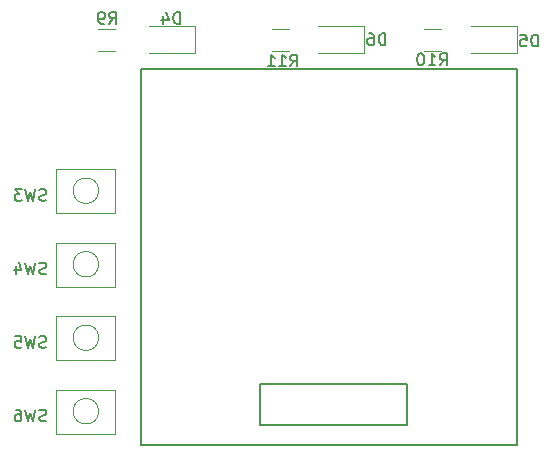
<source format=gbr>
%TF.GenerationSoftware,KiCad,Pcbnew,7.0.8*%
%TF.CreationDate,2023-11-29T21:04:09-06:00*%
%TF.ProjectId,Clock1_v2,436c6f63-6b31-45f7-9632-2e6b69636164,rev?*%
%TF.SameCoordinates,Original*%
%TF.FileFunction,Legend,Bot*%
%TF.FilePolarity,Positive*%
%FSLAX46Y46*%
G04 Gerber Fmt 4.6, Leading zero omitted, Abs format (unit mm)*
G04 Created by KiCad (PCBNEW 7.0.8) date 2023-11-29 21:04:09*
%MOMM*%
%LPD*%
G01*
G04 APERTURE LIST*
%ADD10C,0.200000*%
%ADD11C,0.160000*%
%ADD12C,0.120000*%
%ADD13C,0.100000*%
G04 APERTURE END LIST*
D10*
X122200000Y-110700000D02*
X134700000Y-110700000D01*
X134700000Y-114200000D01*
X122200000Y-114200000D01*
X122200000Y-110700000D01*
X112150000Y-84100000D02*
X143950000Y-84100000D01*
X143950000Y-115900000D01*
X112150000Y-115900000D01*
X112150000Y-84100000D01*
D11*
X137442857Y-83754299D02*
X137776190Y-83278108D01*
X138014285Y-83754299D02*
X138014285Y-82754299D01*
X138014285Y-82754299D02*
X137633333Y-82754299D01*
X137633333Y-82754299D02*
X137538095Y-82801918D01*
X137538095Y-82801918D02*
X137490476Y-82849537D01*
X137490476Y-82849537D02*
X137442857Y-82944775D01*
X137442857Y-82944775D02*
X137442857Y-83087632D01*
X137442857Y-83087632D02*
X137490476Y-83182870D01*
X137490476Y-83182870D02*
X137538095Y-83230489D01*
X137538095Y-83230489D02*
X137633333Y-83278108D01*
X137633333Y-83278108D02*
X138014285Y-83278108D01*
X136490476Y-83754299D02*
X137061904Y-83754299D01*
X136776190Y-83754299D02*
X136776190Y-82754299D01*
X136776190Y-82754299D02*
X136871428Y-82897156D01*
X136871428Y-82897156D02*
X136966666Y-82992394D01*
X136966666Y-82992394D02*
X137061904Y-83040013D01*
X135871428Y-82754299D02*
X135776190Y-82754299D01*
X135776190Y-82754299D02*
X135680952Y-82801918D01*
X135680952Y-82801918D02*
X135633333Y-82849537D01*
X135633333Y-82849537D02*
X135585714Y-82944775D01*
X135585714Y-82944775D02*
X135538095Y-83135251D01*
X135538095Y-83135251D02*
X135538095Y-83373346D01*
X135538095Y-83373346D02*
X135585714Y-83563822D01*
X135585714Y-83563822D02*
X135633333Y-83659060D01*
X135633333Y-83659060D02*
X135680952Y-83706680D01*
X135680952Y-83706680D02*
X135776190Y-83754299D01*
X135776190Y-83754299D02*
X135871428Y-83754299D01*
X135871428Y-83754299D02*
X135966666Y-83706680D01*
X135966666Y-83706680D02*
X136014285Y-83659060D01*
X136014285Y-83659060D02*
X136061904Y-83563822D01*
X136061904Y-83563822D02*
X136109523Y-83373346D01*
X136109523Y-83373346D02*
X136109523Y-83135251D01*
X136109523Y-83135251D02*
X136061904Y-82944775D01*
X136061904Y-82944775D02*
X136014285Y-82849537D01*
X136014285Y-82849537D02*
X135966666Y-82801918D01*
X135966666Y-82801918D02*
X135871428Y-82754299D01*
X132838094Y-82054299D02*
X132838094Y-81054299D01*
X132838094Y-81054299D02*
X132599999Y-81054299D01*
X132599999Y-81054299D02*
X132457142Y-81101918D01*
X132457142Y-81101918D02*
X132361904Y-81197156D01*
X132361904Y-81197156D02*
X132314285Y-81292394D01*
X132314285Y-81292394D02*
X132266666Y-81482870D01*
X132266666Y-81482870D02*
X132266666Y-81625727D01*
X132266666Y-81625727D02*
X132314285Y-81816203D01*
X132314285Y-81816203D02*
X132361904Y-81911441D01*
X132361904Y-81911441D02*
X132457142Y-82006680D01*
X132457142Y-82006680D02*
X132599999Y-82054299D01*
X132599999Y-82054299D02*
X132838094Y-82054299D01*
X131409523Y-81054299D02*
X131599999Y-81054299D01*
X131599999Y-81054299D02*
X131695237Y-81101918D01*
X131695237Y-81101918D02*
X131742856Y-81149537D01*
X131742856Y-81149537D02*
X131838094Y-81292394D01*
X131838094Y-81292394D02*
X131885713Y-81482870D01*
X131885713Y-81482870D02*
X131885713Y-81863822D01*
X131885713Y-81863822D02*
X131838094Y-81959060D01*
X131838094Y-81959060D02*
X131790475Y-82006680D01*
X131790475Y-82006680D02*
X131695237Y-82054299D01*
X131695237Y-82054299D02*
X131504761Y-82054299D01*
X131504761Y-82054299D02*
X131409523Y-82006680D01*
X131409523Y-82006680D02*
X131361904Y-81959060D01*
X131361904Y-81959060D02*
X131314285Y-81863822D01*
X131314285Y-81863822D02*
X131314285Y-81625727D01*
X131314285Y-81625727D02*
X131361904Y-81530489D01*
X131361904Y-81530489D02*
X131409523Y-81482870D01*
X131409523Y-81482870D02*
X131504761Y-81435251D01*
X131504761Y-81435251D02*
X131695237Y-81435251D01*
X131695237Y-81435251D02*
X131790475Y-81482870D01*
X131790475Y-81482870D02*
X131838094Y-81530489D01*
X131838094Y-81530489D02*
X131885713Y-81625727D01*
X104108332Y-95184680D02*
X103965475Y-95232299D01*
X103965475Y-95232299D02*
X103727380Y-95232299D01*
X103727380Y-95232299D02*
X103632142Y-95184680D01*
X103632142Y-95184680D02*
X103584523Y-95137060D01*
X103584523Y-95137060D02*
X103536904Y-95041822D01*
X103536904Y-95041822D02*
X103536904Y-94946584D01*
X103536904Y-94946584D02*
X103584523Y-94851346D01*
X103584523Y-94851346D02*
X103632142Y-94803727D01*
X103632142Y-94803727D02*
X103727380Y-94756108D01*
X103727380Y-94756108D02*
X103917856Y-94708489D01*
X103917856Y-94708489D02*
X104013094Y-94660870D01*
X104013094Y-94660870D02*
X104060713Y-94613251D01*
X104060713Y-94613251D02*
X104108332Y-94518013D01*
X104108332Y-94518013D02*
X104108332Y-94422775D01*
X104108332Y-94422775D02*
X104060713Y-94327537D01*
X104060713Y-94327537D02*
X104013094Y-94279918D01*
X104013094Y-94279918D02*
X103917856Y-94232299D01*
X103917856Y-94232299D02*
X103679761Y-94232299D01*
X103679761Y-94232299D02*
X103536904Y-94279918D01*
X103203570Y-94232299D02*
X102965475Y-95232299D01*
X102965475Y-95232299D02*
X102774999Y-94518013D01*
X102774999Y-94518013D02*
X102584523Y-95232299D01*
X102584523Y-95232299D02*
X102346428Y-94232299D01*
X102060713Y-94232299D02*
X101441666Y-94232299D01*
X101441666Y-94232299D02*
X101774999Y-94613251D01*
X101774999Y-94613251D02*
X101632142Y-94613251D01*
X101632142Y-94613251D02*
X101536904Y-94660870D01*
X101536904Y-94660870D02*
X101489285Y-94708489D01*
X101489285Y-94708489D02*
X101441666Y-94803727D01*
X101441666Y-94803727D02*
X101441666Y-95041822D01*
X101441666Y-95041822D02*
X101489285Y-95137060D01*
X101489285Y-95137060D02*
X101536904Y-95184680D01*
X101536904Y-95184680D02*
X101632142Y-95232299D01*
X101632142Y-95232299D02*
X101917856Y-95232299D01*
X101917856Y-95232299D02*
X102013094Y-95184680D01*
X102013094Y-95184680D02*
X102060713Y-95137060D01*
X104108332Y-113856680D02*
X103965475Y-113904299D01*
X103965475Y-113904299D02*
X103727380Y-113904299D01*
X103727380Y-113904299D02*
X103632142Y-113856680D01*
X103632142Y-113856680D02*
X103584523Y-113809060D01*
X103584523Y-113809060D02*
X103536904Y-113713822D01*
X103536904Y-113713822D02*
X103536904Y-113618584D01*
X103536904Y-113618584D02*
X103584523Y-113523346D01*
X103584523Y-113523346D02*
X103632142Y-113475727D01*
X103632142Y-113475727D02*
X103727380Y-113428108D01*
X103727380Y-113428108D02*
X103917856Y-113380489D01*
X103917856Y-113380489D02*
X104013094Y-113332870D01*
X104013094Y-113332870D02*
X104060713Y-113285251D01*
X104060713Y-113285251D02*
X104108332Y-113190013D01*
X104108332Y-113190013D02*
X104108332Y-113094775D01*
X104108332Y-113094775D02*
X104060713Y-112999537D01*
X104060713Y-112999537D02*
X104013094Y-112951918D01*
X104013094Y-112951918D02*
X103917856Y-112904299D01*
X103917856Y-112904299D02*
X103679761Y-112904299D01*
X103679761Y-112904299D02*
X103536904Y-112951918D01*
X103203570Y-112904299D02*
X102965475Y-113904299D01*
X102965475Y-113904299D02*
X102774999Y-113190013D01*
X102774999Y-113190013D02*
X102584523Y-113904299D01*
X102584523Y-113904299D02*
X102346428Y-112904299D01*
X101536904Y-112904299D02*
X101727380Y-112904299D01*
X101727380Y-112904299D02*
X101822618Y-112951918D01*
X101822618Y-112951918D02*
X101870237Y-112999537D01*
X101870237Y-112999537D02*
X101965475Y-113142394D01*
X101965475Y-113142394D02*
X102013094Y-113332870D01*
X102013094Y-113332870D02*
X102013094Y-113713822D01*
X102013094Y-113713822D02*
X101965475Y-113809060D01*
X101965475Y-113809060D02*
X101917856Y-113856680D01*
X101917856Y-113856680D02*
X101822618Y-113904299D01*
X101822618Y-113904299D02*
X101632142Y-113904299D01*
X101632142Y-113904299D02*
X101536904Y-113856680D01*
X101536904Y-113856680D02*
X101489285Y-113809060D01*
X101489285Y-113809060D02*
X101441666Y-113713822D01*
X101441666Y-113713822D02*
X101441666Y-113475727D01*
X101441666Y-113475727D02*
X101489285Y-113380489D01*
X101489285Y-113380489D02*
X101536904Y-113332870D01*
X101536904Y-113332870D02*
X101632142Y-113285251D01*
X101632142Y-113285251D02*
X101822618Y-113285251D01*
X101822618Y-113285251D02*
X101917856Y-113332870D01*
X101917856Y-113332870D02*
X101965475Y-113380489D01*
X101965475Y-113380489D02*
X102013094Y-113475727D01*
X104108332Y-107632680D02*
X103965475Y-107680299D01*
X103965475Y-107680299D02*
X103727380Y-107680299D01*
X103727380Y-107680299D02*
X103632142Y-107632680D01*
X103632142Y-107632680D02*
X103584523Y-107585060D01*
X103584523Y-107585060D02*
X103536904Y-107489822D01*
X103536904Y-107489822D02*
X103536904Y-107394584D01*
X103536904Y-107394584D02*
X103584523Y-107299346D01*
X103584523Y-107299346D02*
X103632142Y-107251727D01*
X103632142Y-107251727D02*
X103727380Y-107204108D01*
X103727380Y-107204108D02*
X103917856Y-107156489D01*
X103917856Y-107156489D02*
X104013094Y-107108870D01*
X104013094Y-107108870D02*
X104060713Y-107061251D01*
X104060713Y-107061251D02*
X104108332Y-106966013D01*
X104108332Y-106966013D02*
X104108332Y-106870775D01*
X104108332Y-106870775D02*
X104060713Y-106775537D01*
X104060713Y-106775537D02*
X104013094Y-106727918D01*
X104013094Y-106727918D02*
X103917856Y-106680299D01*
X103917856Y-106680299D02*
X103679761Y-106680299D01*
X103679761Y-106680299D02*
X103536904Y-106727918D01*
X103203570Y-106680299D02*
X102965475Y-107680299D01*
X102965475Y-107680299D02*
X102774999Y-106966013D01*
X102774999Y-106966013D02*
X102584523Y-107680299D01*
X102584523Y-107680299D02*
X102346428Y-106680299D01*
X101489285Y-106680299D02*
X101965475Y-106680299D01*
X101965475Y-106680299D02*
X102013094Y-107156489D01*
X102013094Y-107156489D02*
X101965475Y-107108870D01*
X101965475Y-107108870D02*
X101870237Y-107061251D01*
X101870237Y-107061251D02*
X101632142Y-107061251D01*
X101632142Y-107061251D02*
X101536904Y-107108870D01*
X101536904Y-107108870D02*
X101489285Y-107156489D01*
X101489285Y-107156489D02*
X101441666Y-107251727D01*
X101441666Y-107251727D02*
X101441666Y-107489822D01*
X101441666Y-107489822D02*
X101489285Y-107585060D01*
X101489285Y-107585060D02*
X101536904Y-107632680D01*
X101536904Y-107632680D02*
X101632142Y-107680299D01*
X101632142Y-107680299D02*
X101870237Y-107680299D01*
X101870237Y-107680299D02*
X101965475Y-107632680D01*
X101965475Y-107632680D02*
X102013094Y-107585060D01*
X145738094Y-82154299D02*
X145738094Y-81154299D01*
X145738094Y-81154299D02*
X145499999Y-81154299D01*
X145499999Y-81154299D02*
X145357142Y-81201918D01*
X145357142Y-81201918D02*
X145261904Y-81297156D01*
X145261904Y-81297156D02*
X145214285Y-81392394D01*
X145214285Y-81392394D02*
X145166666Y-81582870D01*
X145166666Y-81582870D02*
X145166666Y-81725727D01*
X145166666Y-81725727D02*
X145214285Y-81916203D01*
X145214285Y-81916203D02*
X145261904Y-82011441D01*
X145261904Y-82011441D02*
X145357142Y-82106680D01*
X145357142Y-82106680D02*
X145499999Y-82154299D01*
X145499999Y-82154299D02*
X145738094Y-82154299D01*
X144261904Y-81154299D02*
X144738094Y-81154299D01*
X144738094Y-81154299D02*
X144785713Y-81630489D01*
X144785713Y-81630489D02*
X144738094Y-81582870D01*
X144738094Y-81582870D02*
X144642856Y-81535251D01*
X144642856Y-81535251D02*
X144404761Y-81535251D01*
X144404761Y-81535251D02*
X144309523Y-81582870D01*
X144309523Y-81582870D02*
X144261904Y-81630489D01*
X144261904Y-81630489D02*
X144214285Y-81725727D01*
X144214285Y-81725727D02*
X144214285Y-81963822D01*
X144214285Y-81963822D02*
X144261904Y-82059060D01*
X144261904Y-82059060D02*
X144309523Y-82106680D01*
X144309523Y-82106680D02*
X144404761Y-82154299D01*
X144404761Y-82154299D02*
X144642856Y-82154299D01*
X144642856Y-82154299D02*
X144738094Y-82106680D01*
X144738094Y-82106680D02*
X144785713Y-82059060D01*
X109441666Y-80254299D02*
X109774999Y-79778108D01*
X110013094Y-80254299D02*
X110013094Y-79254299D01*
X110013094Y-79254299D02*
X109632142Y-79254299D01*
X109632142Y-79254299D02*
X109536904Y-79301918D01*
X109536904Y-79301918D02*
X109489285Y-79349537D01*
X109489285Y-79349537D02*
X109441666Y-79444775D01*
X109441666Y-79444775D02*
X109441666Y-79587632D01*
X109441666Y-79587632D02*
X109489285Y-79682870D01*
X109489285Y-79682870D02*
X109536904Y-79730489D01*
X109536904Y-79730489D02*
X109632142Y-79778108D01*
X109632142Y-79778108D02*
X110013094Y-79778108D01*
X108965475Y-80254299D02*
X108774999Y-80254299D01*
X108774999Y-80254299D02*
X108679761Y-80206680D01*
X108679761Y-80206680D02*
X108632142Y-80159060D01*
X108632142Y-80159060D02*
X108536904Y-80016203D01*
X108536904Y-80016203D02*
X108489285Y-79825727D01*
X108489285Y-79825727D02*
X108489285Y-79444775D01*
X108489285Y-79444775D02*
X108536904Y-79349537D01*
X108536904Y-79349537D02*
X108584523Y-79301918D01*
X108584523Y-79301918D02*
X108679761Y-79254299D01*
X108679761Y-79254299D02*
X108870237Y-79254299D01*
X108870237Y-79254299D02*
X108965475Y-79301918D01*
X108965475Y-79301918D02*
X109013094Y-79349537D01*
X109013094Y-79349537D02*
X109060713Y-79444775D01*
X109060713Y-79444775D02*
X109060713Y-79682870D01*
X109060713Y-79682870D02*
X109013094Y-79778108D01*
X109013094Y-79778108D02*
X108965475Y-79825727D01*
X108965475Y-79825727D02*
X108870237Y-79873346D01*
X108870237Y-79873346D02*
X108679761Y-79873346D01*
X108679761Y-79873346D02*
X108584523Y-79825727D01*
X108584523Y-79825727D02*
X108536904Y-79778108D01*
X108536904Y-79778108D02*
X108489285Y-79682870D01*
X104108332Y-101408680D02*
X103965475Y-101456299D01*
X103965475Y-101456299D02*
X103727380Y-101456299D01*
X103727380Y-101456299D02*
X103632142Y-101408680D01*
X103632142Y-101408680D02*
X103584523Y-101361060D01*
X103584523Y-101361060D02*
X103536904Y-101265822D01*
X103536904Y-101265822D02*
X103536904Y-101170584D01*
X103536904Y-101170584D02*
X103584523Y-101075346D01*
X103584523Y-101075346D02*
X103632142Y-101027727D01*
X103632142Y-101027727D02*
X103727380Y-100980108D01*
X103727380Y-100980108D02*
X103917856Y-100932489D01*
X103917856Y-100932489D02*
X104013094Y-100884870D01*
X104013094Y-100884870D02*
X104060713Y-100837251D01*
X104060713Y-100837251D02*
X104108332Y-100742013D01*
X104108332Y-100742013D02*
X104108332Y-100646775D01*
X104108332Y-100646775D02*
X104060713Y-100551537D01*
X104060713Y-100551537D02*
X104013094Y-100503918D01*
X104013094Y-100503918D02*
X103917856Y-100456299D01*
X103917856Y-100456299D02*
X103679761Y-100456299D01*
X103679761Y-100456299D02*
X103536904Y-100503918D01*
X103203570Y-100456299D02*
X102965475Y-101456299D01*
X102965475Y-101456299D02*
X102774999Y-100742013D01*
X102774999Y-100742013D02*
X102584523Y-101456299D01*
X102584523Y-101456299D02*
X102346428Y-100456299D01*
X101536904Y-100789632D02*
X101536904Y-101456299D01*
X101774999Y-100408680D02*
X102013094Y-101122965D01*
X102013094Y-101122965D02*
X101394047Y-101122965D01*
X115438094Y-80254299D02*
X115438094Y-79254299D01*
X115438094Y-79254299D02*
X115199999Y-79254299D01*
X115199999Y-79254299D02*
X115057142Y-79301918D01*
X115057142Y-79301918D02*
X114961904Y-79397156D01*
X114961904Y-79397156D02*
X114914285Y-79492394D01*
X114914285Y-79492394D02*
X114866666Y-79682870D01*
X114866666Y-79682870D02*
X114866666Y-79825727D01*
X114866666Y-79825727D02*
X114914285Y-80016203D01*
X114914285Y-80016203D02*
X114961904Y-80111441D01*
X114961904Y-80111441D02*
X115057142Y-80206680D01*
X115057142Y-80206680D02*
X115199999Y-80254299D01*
X115199999Y-80254299D02*
X115438094Y-80254299D01*
X114009523Y-79587632D02*
X114009523Y-80254299D01*
X114247618Y-79206680D02*
X114485713Y-79920965D01*
X114485713Y-79920965D02*
X113866666Y-79920965D01*
X124780357Y-83854299D02*
X125113690Y-83378108D01*
X125351785Y-83854299D02*
X125351785Y-82854299D01*
X125351785Y-82854299D02*
X124970833Y-82854299D01*
X124970833Y-82854299D02*
X124875595Y-82901918D01*
X124875595Y-82901918D02*
X124827976Y-82949537D01*
X124827976Y-82949537D02*
X124780357Y-83044775D01*
X124780357Y-83044775D02*
X124780357Y-83187632D01*
X124780357Y-83187632D02*
X124827976Y-83282870D01*
X124827976Y-83282870D02*
X124875595Y-83330489D01*
X124875595Y-83330489D02*
X124970833Y-83378108D01*
X124970833Y-83378108D02*
X125351785Y-83378108D01*
X123827976Y-83854299D02*
X124399404Y-83854299D01*
X124113690Y-83854299D02*
X124113690Y-82854299D01*
X124113690Y-82854299D02*
X124208928Y-82997156D01*
X124208928Y-82997156D02*
X124304166Y-83092394D01*
X124304166Y-83092394D02*
X124399404Y-83140013D01*
X122875595Y-83854299D02*
X123447023Y-83854299D01*
X123161309Y-83854299D02*
X123161309Y-82854299D01*
X123161309Y-82854299D02*
X123256547Y-82997156D01*
X123256547Y-82997156D02*
X123351785Y-83092394D01*
X123351785Y-83092394D02*
X123447023Y-83140013D01*
D12*
%TO.C,R10*%
X137527064Y-82510000D02*
X136072936Y-82510000D01*
X137527064Y-80690000D02*
X136072936Y-80690000D01*
%TO.C,D6*%
X130985000Y-82735000D02*
X127100000Y-82735000D01*
X130985000Y-80465000D02*
X130985000Y-82735000D01*
X127100000Y-80465000D02*
X130985000Y-80465000D01*
D13*
%TO.C,SW3*%
X109975000Y-92578000D02*
X104975000Y-92578000D01*
X104975000Y-92578000D02*
X104975000Y-96278000D01*
X104975000Y-96278000D02*
X109975000Y-96278000D01*
X109975000Y-96278000D02*
X109975000Y-92578000D01*
X108556665Y-94378000D02*
G75*
G03*
X108556665Y-94378000I-1081665J0D01*
G01*
%TO.C,SW6*%
X109975000Y-111250000D02*
X104975000Y-111250000D01*
X104975000Y-111250000D02*
X104975000Y-114950000D01*
X104975000Y-114950000D02*
X109975000Y-114950000D01*
X109975000Y-114950000D02*
X109975000Y-111250000D01*
X108556665Y-113050000D02*
G75*
G03*
X108556665Y-113050000I-1081665J0D01*
G01*
%TO.C,SW5*%
X109975000Y-105026000D02*
X104975000Y-105026000D01*
X104975000Y-105026000D02*
X104975000Y-108726000D01*
X104975000Y-108726000D02*
X109975000Y-108726000D01*
X109975000Y-108726000D02*
X109975000Y-105026000D01*
X108556665Y-106826000D02*
G75*
G03*
X108556665Y-106826000I-1081665J0D01*
G01*
D12*
%TO.C,D5*%
X143985000Y-82735000D02*
X140100000Y-82735000D01*
X143985000Y-80465000D02*
X143985000Y-82735000D01*
X140100000Y-80465000D02*
X143985000Y-80465000D01*
%TO.C,R9*%
X109964564Y-82510000D02*
X108510436Y-82510000D01*
X109964564Y-80690000D02*
X108510436Y-80690000D01*
D13*
%TO.C,SW4*%
X109975000Y-98802000D02*
X104975000Y-98802000D01*
X104975000Y-98802000D02*
X104975000Y-102502000D01*
X104975000Y-102502000D02*
X109975000Y-102502000D01*
X109975000Y-102502000D02*
X109975000Y-98802000D01*
X108556665Y-100602000D02*
G75*
G03*
X108556665Y-100602000I-1081665J0D01*
G01*
D12*
%TO.C,D4*%
X116685000Y-82735000D02*
X112800000Y-82735000D01*
X116685000Y-80465000D02*
X116685000Y-82735000D01*
X112800000Y-80465000D02*
X116685000Y-80465000D01*
%TO.C,R11*%
X124664564Y-82510000D02*
X123210436Y-82510000D01*
X124664564Y-80690000D02*
X123210436Y-80690000D01*
%TD*%
M02*

</source>
